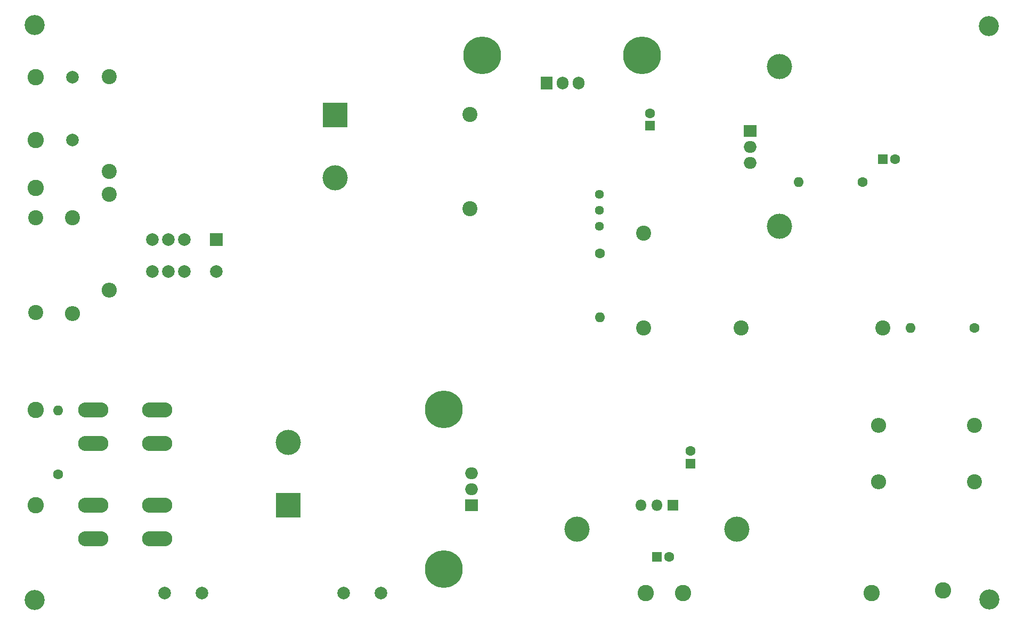
<source format=gbr>
G04 #@! TF.GenerationSoftware,KiCad,Pcbnew,(5.1.10-0-10_14)*
G04 #@! TF.CreationDate,2021-08-21T16:13:38+02:00*
G04 #@! TF.ProjectId,hv-power-supply-v1,68762d70-6f77-4657-922d-737570706c79,rev?*
G04 #@! TF.SameCoordinates,Original*
G04 #@! TF.FileFunction,Soldermask,Bot*
G04 #@! TF.FilePolarity,Negative*
%FSLAX46Y46*%
G04 Gerber Fmt 4.6, Leading zero omitted, Abs format (unit mm)*
G04 Created by KiCad (PCBNEW (5.1.10-0-10_14)) date 2021-08-21 16:13:38*
%MOMM*%
%LPD*%
G01*
G04 APERTURE LIST*
%ADD10C,2.400000*%
%ADD11C,2.000000*%
%ADD12R,2.000000X2.000000*%
%ADD13O,2.400000X2.400000*%
%ADD14O,1.600000X1.600000*%
%ADD15C,1.600000*%
%ADD16C,1.440000*%
%ADD17O,2.000000X1.905000*%
%ADD18R,2.000000X1.905000*%
%ADD19C,6.000000*%
%ADD20C,4.000000*%
%ADD21R,1.600000X1.600000*%
%ADD22R,4.000000X4.000000*%
%ADD23O,4.800600X2.400300*%
%ADD24O,1.905000X2.000000*%
%ADD25R,1.905000X2.000000*%
%ADD26C,2.600000*%
%ADD27R,1.800000X1.800000*%
%ADD28O,1.800000X1.800000*%
%ADD29C,3.200000*%
G04 APERTURE END LIST*
D10*
X71056500Y-57644000D03*
X71056500Y-72644000D03*
D11*
X77914500Y-83502500D03*
X77914500Y-88582500D03*
X82994500Y-83502500D03*
D12*
X88074500Y-83502500D03*
D11*
X82994500Y-88582500D03*
X88074500Y-88582500D03*
X80454500Y-83502500D03*
X80454500Y-88582500D03*
D13*
X193357500Y-122047000D03*
D10*
X208597500Y-122047000D03*
X156019500Y-82536000D03*
X156019500Y-97536000D03*
D14*
X180594000Y-74358500D03*
D15*
X190754000Y-74358500D03*
D16*
X148971000Y-81407000D03*
X148971000Y-78867000D03*
X148971000Y-76327000D03*
D14*
X149034500Y-95885000D03*
D15*
X149034500Y-85725000D03*
D17*
X172910500Y-71310500D03*
X172910500Y-68770500D03*
D18*
X172910500Y-66230500D03*
D19*
X130365500Y-54229000D03*
X155765500Y-54229000D03*
D20*
X177609500Y-56007000D03*
X177609500Y-81407000D03*
D10*
X171492500Y-97536000D03*
X193992500Y-97536000D03*
D15*
X195961000Y-70739000D03*
D21*
X193961000Y-70739000D03*
D15*
X156972000Y-63405000D03*
D21*
X156972000Y-65405000D03*
D14*
X62928500Y-110680500D03*
D15*
X62928500Y-120840500D03*
D13*
X71056500Y-91567000D03*
D10*
X71056500Y-76327000D03*
D11*
X65214500Y-57658000D03*
X65214500Y-67658000D03*
D19*
X124206000Y-135890000D03*
X124206000Y-110490000D03*
D20*
X99504500Y-115753000D03*
D22*
X99504500Y-125753000D03*
D18*
X128613000Y-125753000D03*
D17*
X128613000Y-123213000D03*
X128613000Y-120673000D03*
D20*
X145377000Y-129563000D03*
X170777000Y-129563000D03*
D13*
X193357500Y-113093500D03*
D10*
X208597500Y-113093500D03*
D23*
X68542000Y-110640000D03*
X78702000Y-110640000D03*
X78702000Y-131087000D03*
X68542000Y-131087000D03*
X78702000Y-125753000D03*
X68542000Y-125753000D03*
X68542000Y-115974000D03*
X78702000Y-115974000D03*
D15*
X163411000Y-117149000D03*
D21*
X163411000Y-119149000D03*
D13*
X65214500Y-95313500D03*
D10*
X65214500Y-80073500D03*
D24*
X145669000Y-58610500D03*
X143129000Y-58610500D03*
D25*
X140589000Y-58610500D03*
D26*
X162268000Y-139723000D03*
X156299000Y-139723000D03*
X59398000Y-110640000D03*
X59372500Y-125753000D03*
X59398000Y-75334000D03*
X59372500Y-67691000D03*
X59372500Y-57658000D03*
D15*
X160077000Y-134008000D03*
D21*
X158077000Y-134008000D03*
D14*
X198437500Y-97536000D03*
D15*
X208597500Y-97536000D03*
D11*
X108293000Y-139723000D03*
X114262000Y-139723000D03*
X79845000Y-139723000D03*
X85814000Y-139723000D03*
D26*
X192240000Y-139723000D03*
X203543000Y-139342000D03*
D10*
X128397000Y-63627000D03*
X128397000Y-78627000D03*
D20*
X106934000Y-73690500D03*
D22*
X106934000Y-63690500D03*
D10*
X59372500Y-95073500D03*
X59372500Y-80073500D03*
D27*
X160617000Y-125753000D03*
D28*
X158077000Y-125753000D03*
X155537000Y-125753000D03*
D29*
X210947000Y-140716000D03*
X59182000Y-140843000D03*
X210820000Y-49530000D03*
X59182000Y-49403000D03*
M02*

</source>
